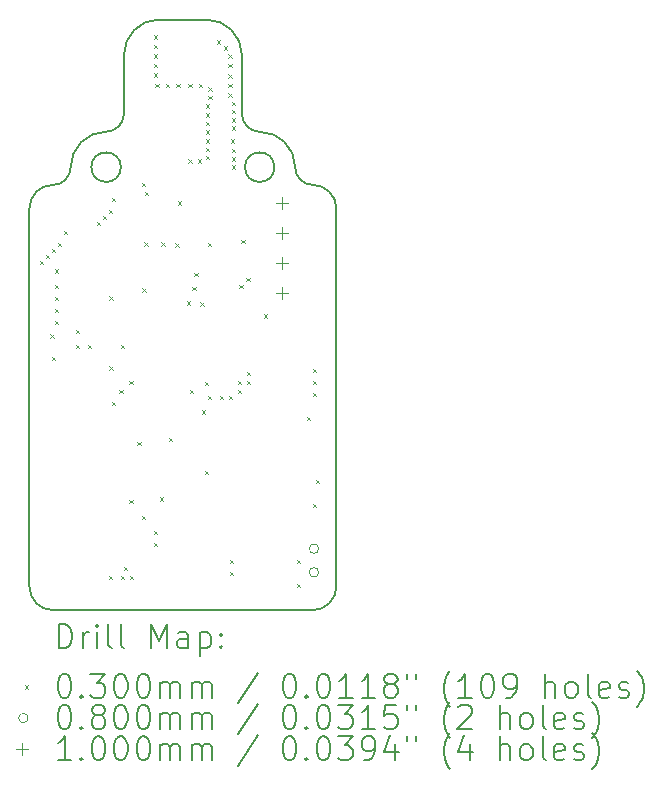
<source format=gbr>
%TF.GenerationSoftware,KiCad,Pcbnew,9.0.3-9.0.3-0~ubuntu24.04.1*%
%TF.CreationDate,2025-08-01T09:33:34+02:00*%
%TF.ProjectId,PicoBalloon,5069636f-4261-46c6-9c6f-6f6e2e6b6963,rev?*%
%TF.SameCoordinates,Original*%
%TF.FileFunction,Drillmap*%
%TF.FilePolarity,Positive*%
%FSLAX45Y45*%
G04 Gerber Fmt 4.5, Leading zero omitted, Abs format (unit mm)*
G04 Created by KiCad (PCBNEW 9.0.3-9.0.3-0~ubuntu24.04.1) date 2025-08-01 09:33:34*
%MOMM*%
%LPD*%
G01*
G04 APERTURE LIST*
%ADD10C,0.200000*%
%ADD11C,0.100000*%
G04 APERTURE END LIST*
D10*
X15280000Y-7790000D02*
G75*
G02*
X15580000Y-8090000I0J-300000D01*
G01*
X15730000Y-8740000D02*
G75*
G02*
X15580000Y-8590000I0J150000D01*
G01*
X14580000Y-8590000D02*
G75*
G02*
X14430000Y-8740000I-150000J0D01*
G01*
X14130000Y-9040000D02*
G75*
G02*
X14430000Y-8740000I300000J0D01*
G01*
X15580000Y-8090000D02*
X15580000Y-8590000D01*
X15730000Y-8740000D02*
G75*
G02*
X16030000Y-9040000I0J-300000D01*
G01*
X16180000Y-9190000D02*
G75*
G02*
X16030000Y-9040000I0J150000D01*
G01*
X13980000Y-12790000D02*
G75*
G02*
X13780000Y-12590000I0J200000D01*
G01*
X15855000Y-9040000D02*
G75*
G02*
X15605000Y-9040000I-125000J0D01*
G01*
X15605000Y-9040000D02*
G75*
G02*
X15855000Y-9040000I125000J0D01*
G01*
X14130000Y-9040000D02*
G75*
G02*
X13980000Y-9190000I-150000J0D01*
G01*
X13780000Y-9390000D02*
G75*
G02*
X13980000Y-9190000I200000J0D01*
G01*
X14580000Y-8090000D02*
G75*
G02*
X14880000Y-7790000I300000J0D01*
G01*
X13980000Y-12790000D02*
X16180000Y-12790000D01*
X16380000Y-12590000D02*
G75*
G02*
X16180000Y-12790000I-200000J0D01*
G01*
X14880000Y-7790000D02*
X15280000Y-7790000D01*
X16380000Y-9390000D02*
X16380000Y-12590000D01*
X13780000Y-9390000D02*
X13780000Y-12590000D01*
X16180000Y-9190000D02*
G75*
G02*
X16380000Y-9390000I0J-200000D01*
G01*
X14580000Y-8090000D02*
X14580000Y-8590000D01*
X14555000Y-9040000D02*
G75*
G02*
X14305000Y-9040000I-125000J0D01*
G01*
X14305000Y-9040000D02*
G75*
G02*
X14555000Y-9040000I125000J0D01*
G01*
D11*
X13867400Y-9831800D02*
X13897400Y-9861800D01*
X13897400Y-9831800D02*
X13867400Y-9861800D01*
X13918200Y-9781000D02*
X13948200Y-9811000D01*
X13948200Y-9781000D02*
X13918200Y-9811000D01*
X13955000Y-10455000D02*
X13985000Y-10485000D01*
X13985000Y-10455000D02*
X13955000Y-10485000D01*
X13969000Y-9730200D02*
X13999000Y-9760200D01*
X13999000Y-9730200D02*
X13969000Y-9760200D01*
X13969000Y-10644600D02*
X13999000Y-10674600D01*
X13999000Y-10644600D02*
X13969000Y-10674600D01*
X13994400Y-10035000D02*
X14024400Y-10065000D01*
X14024400Y-10035000D02*
X13994400Y-10065000D01*
X13994400Y-10136600D02*
X14024400Y-10166600D01*
X14024400Y-10136600D02*
X13994400Y-10166600D01*
X13994400Y-10238200D02*
X14024400Y-10268200D01*
X14024400Y-10238200D02*
X13994400Y-10268200D01*
X13994400Y-10339800D02*
X14024400Y-10369800D01*
X14024400Y-10339800D02*
X13994400Y-10369800D01*
X13995000Y-9905000D02*
X14025000Y-9935000D01*
X14025000Y-9905000D02*
X13995000Y-9935000D01*
X14019800Y-9679400D02*
X14049800Y-9709400D01*
X14049800Y-9679400D02*
X14019800Y-9709400D01*
X14070600Y-9577800D02*
X14100600Y-9607800D01*
X14100600Y-9577800D02*
X14070600Y-9607800D01*
X14172200Y-10416000D02*
X14202200Y-10446000D01*
X14202200Y-10416000D02*
X14172200Y-10446000D01*
X14172200Y-10543000D02*
X14202200Y-10573000D01*
X14202200Y-10543000D02*
X14172200Y-10573000D01*
X14273800Y-10543000D02*
X14303800Y-10573000D01*
X14303800Y-10543000D02*
X14273800Y-10573000D01*
X14350000Y-9501600D02*
X14380000Y-9531600D01*
X14380000Y-9501600D02*
X14350000Y-9531600D01*
X14400800Y-9450800D02*
X14430800Y-9480800D01*
X14430800Y-9450800D02*
X14400800Y-9480800D01*
X14451600Y-9400000D02*
X14481600Y-9430000D01*
X14481600Y-9400000D02*
X14451600Y-9430000D01*
X14451600Y-12498800D02*
X14481600Y-12528800D01*
X14481600Y-12498800D02*
X14451600Y-12528800D01*
X14455000Y-10725000D02*
X14485000Y-10755000D01*
X14485000Y-10725000D02*
X14455000Y-10755000D01*
X14458492Y-10133750D02*
X14488492Y-10163750D01*
X14488492Y-10133750D02*
X14458492Y-10163750D01*
X14477000Y-9298400D02*
X14507000Y-9328400D01*
X14507000Y-9298400D02*
X14477000Y-9328400D01*
X14477000Y-11025600D02*
X14507000Y-11055600D01*
X14507000Y-11025600D02*
X14477000Y-11055600D01*
X14542500Y-10925000D02*
X14572500Y-10955000D01*
X14572500Y-10925000D02*
X14542500Y-10955000D01*
X14553200Y-10543000D02*
X14583200Y-10573000D01*
X14583200Y-10543000D02*
X14553200Y-10573000D01*
X14553200Y-12498800D02*
X14583200Y-12528800D01*
X14583200Y-12498800D02*
X14553200Y-12528800D01*
X14578600Y-12422600D02*
X14608600Y-12452600D01*
X14608600Y-12422600D02*
X14578600Y-12452600D01*
X14625000Y-10847800D02*
X14655000Y-10877800D01*
X14655000Y-10847800D02*
X14625000Y-10877800D01*
X14625000Y-11855000D02*
X14655000Y-11885000D01*
X14655000Y-11855000D02*
X14625000Y-11885000D01*
X14629400Y-12498800D02*
X14659400Y-12528800D01*
X14659400Y-12498800D02*
X14629400Y-12528800D01*
X14695000Y-11365000D02*
X14725000Y-11395000D01*
X14725000Y-11365000D02*
X14695000Y-11395000D01*
X14731000Y-9171400D02*
X14761000Y-9201400D01*
X14761000Y-9171400D02*
X14731000Y-9201400D01*
X14731000Y-11990800D02*
X14761000Y-12020800D01*
X14761000Y-11990800D02*
X14731000Y-12020800D01*
X14735000Y-10065000D02*
X14765000Y-10095000D01*
X14765000Y-10065000D02*
X14735000Y-10095000D01*
X14755000Y-9675000D02*
X14785000Y-9705000D01*
X14785000Y-9675000D02*
X14755000Y-9705000D01*
X14756400Y-9247600D02*
X14786400Y-9277600D01*
X14786400Y-9247600D02*
X14756400Y-9277600D01*
X14832600Y-12117800D02*
X14862600Y-12147800D01*
X14862600Y-12117800D02*
X14832600Y-12147800D01*
X14832600Y-12219400D02*
X14862600Y-12249400D01*
X14862600Y-12219400D02*
X14832600Y-12249400D01*
X14835000Y-7925000D02*
X14865000Y-7955000D01*
X14865000Y-7925000D02*
X14835000Y-7955000D01*
X14835000Y-8005000D02*
X14865000Y-8035000D01*
X14865000Y-8005000D02*
X14835000Y-8035000D01*
X14835000Y-8085000D02*
X14865000Y-8115000D01*
X14865000Y-8085000D02*
X14835000Y-8115000D01*
X14835000Y-8165000D02*
X14865000Y-8195000D01*
X14865000Y-8165000D02*
X14835000Y-8195000D01*
X14835000Y-8245000D02*
X14865000Y-8275000D01*
X14865000Y-8245000D02*
X14835000Y-8275000D01*
X14845000Y-8335000D02*
X14875000Y-8365000D01*
X14875000Y-8335000D02*
X14845000Y-8365000D01*
X14885000Y-11835000D02*
X14915000Y-11865000D01*
X14915000Y-11835000D02*
X14885000Y-11865000D01*
X14895000Y-9675000D02*
X14925000Y-9705000D01*
X14925000Y-9675000D02*
X14895000Y-9705000D01*
X14935000Y-8335000D02*
X14965000Y-8365000D01*
X14965000Y-8335000D02*
X14935000Y-8365000D01*
X14959600Y-11330400D02*
X14989600Y-11360400D01*
X14989600Y-11330400D02*
X14959600Y-11360400D01*
X15015000Y-9685000D02*
X15045000Y-9715000D01*
X15045000Y-9685000D02*
X15015000Y-9715000D01*
X15025000Y-8335000D02*
X15055000Y-8365000D01*
X15055000Y-8335000D02*
X15025000Y-8365000D01*
X15038349Y-9328332D02*
X15068349Y-9358332D01*
X15068349Y-9328332D02*
X15038349Y-9358332D01*
X15112000Y-10175000D02*
X15142000Y-10205000D01*
X15142000Y-10175000D02*
X15112000Y-10205000D01*
X15125000Y-8335000D02*
X15155000Y-8365000D01*
X15155000Y-8335000D02*
X15125000Y-8365000D01*
X15125000Y-8975000D02*
X15155000Y-9005000D01*
X15155000Y-8975000D02*
X15125000Y-9005000D01*
X15137400Y-10924000D02*
X15167400Y-10954000D01*
X15167400Y-10924000D02*
X15137400Y-10954000D01*
X15160778Y-10050861D02*
X15190778Y-10080861D01*
X15190778Y-10050861D02*
X15160778Y-10080861D01*
X15176326Y-9935000D02*
X15206326Y-9965000D01*
X15206326Y-9935000D02*
X15176326Y-9965000D01*
X15205000Y-8975000D02*
X15235000Y-9005000D01*
X15235000Y-8975000D02*
X15205000Y-9005000D01*
X15215000Y-8335000D02*
X15245000Y-8365000D01*
X15245000Y-8335000D02*
X15215000Y-8365000D01*
X15225000Y-10185000D02*
X15255000Y-10215000D01*
X15255000Y-10185000D02*
X15225000Y-10215000D01*
X15241100Y-11099400D02*
X15271100Y-11129400D01*
X15271100Y-11099400D02*
X15241100Y-11129400D01*
X15264400Y-10855000D02*
X15294400Y-10885000D01*
X15294400Y-10855000D02*
X15264400Y-10885000D01*
X15264400Y-11609800D02*
X15294400Y-11639800D01*
X15294400Y-11609800D02*
X15264400Y-11639800D01*
X15275000Y-8505000D02*
X15305000Y-8535000D01*
X15305000Y-8505000D02*
X15275000Y-8535000D01*
X15275000Y-8585000D02*
X15305000Y-8615000D01*
X15305000Y-8585000D02*
X15275000Y-8615000D01*
X15275000Y-8655000D02*
X15305000Y-8685000D01*
X15305000Y-8655000D02*
X15275000Y-8685000D01*
X15275000Y-8725000D02*
X15305000Y-8755000D01*
X15305000Y-8725000D02*
X15275000Y-8755000D01*
X15275000Y-8805000D02*
X15305000Y-8835000D01*
X15305000Y-8805000D02*
X15275000Y-8835000D01*
X15275000Y-8875000D02*
X15305000Y-8905000D01*
X15305000Y-8875000D02*
X15275000Y-8905000D01*
X15275000Y-8945000D02*
X15305000Y-8975000D01*
X15305000Y-8945000D02*
X15275000Y-8975000D01*
X15289800Y-9679400D02*
X15319800Y-9709400D01*
X15319800Y-9679400D02*
X15289800Y-9709400D01*
X15289800Y-10974800D02*
X15319800Y-11004800D01*
X15319800Y-10974800D02*
X15289800Y-11004800D01*
X15295000Y-8365000D02*
X15325000Y-8395000D01*
X15325000Y-8365000D02*
X15295000Y-8395000D01*
X15295000Y-8435000D02*
X15325000Y-8465000D01*
X15325000Y-8435000D02*
X15295000Y-8465000D01*
X15365000Y-7965000D02*
X15395000Y-7995000D01*
X15395000Y-7965000D02*
X15365000Y-7995000D01*
X15391400Y-10974800D02*
X15421400Y-11004800D01*
X15421400Y-10974800D02*
X15391400Y-11004800D01*
X15425000Y-8015000D02*
X15455000Y-8045000D01*
X15455000Y-8015000D02*
X15425000Y-8045000D01*
X15465000Y-8085000D02*
X15495000Y-8115000D01*
X15495000Y-8085000D02*
X15465000Y-8115000D01*
X15465000Y-8165000D02*
X15495000Y-8195000D01*
X15495000Y-8165000D02*
X15465000Y-8195000D01*
X15465000Y-8255000D02*
X15495000Y-8285000D01*
X15495000Y-8255000D02*
X15465000Y-8285000D01*
X15465000Y-8335000D02*
X15495000Y-8365000D01*
X15495000Y-8335000D02*
X15465000Y-8365000D01*
X15465000Y-8415000D02*
X15495000Y-8445000D01*
X15495000Y-8415000D02*
X15465000Y-8445000D01*
X15467600Y-10974800D02*
X15497600Y-11004800D01*
X15497600Y-10974800D02*
X15467600Y-11004800D01*
X15475000Y-12365000D02*
X15505000Y-12395000D01*
X15505000Y-12365000D02*
X15475000Y-12395000D01*
X15475000Y-12465000D02*
X15505000Y-12495000D01*
X15505000Y-12465000D02*
X15475000Y-12495000D01*
X15485000Y-8805000D02*
X15515000Y-8835000D01*
X15515000Y-8805000D02*
X15485000Y-8835000D01*
X15495000Y-8485000D02*
X15525000Y-8515000D01*
X15525000Y-8485000D02*
X15495000Y-8515000D01*
X15495000Y-8555000D02*
X15525000Y-8585000D01*
X15525000Y-8555000D02*
X15495000Y-8585000D01*
X15495000Y-8625000D02*
X15525000Y-8655000D01*
X15525000Y-8625000D02*
X15495000Y-8655000D01*
X15495000Y-8695000D02*
X15525000Y-8725000D01*
X15525000Y-8695000D02*
X15495000Y-8725000D01*
X15495000Y-8885000D02*
X15525000Y-8915000D01*
X15525000Y-8885000D02*
X15495000Y-8915000D01*
X15495000Y-8955000D02*
X15525000Y-8985000D01*
X15525000Y-8955000D02*
X15495000Y-8985000D01*
X15495000Y-9025000D02*
X15525000Y-9055000D01*
X15525000Y-9025000D02*
X15495000Y-9055000D01*
X15543800Y-10847800D02*
X15573800Y-10877800D01*
X15573800Y-10847800D02*
X15543800Y-10877800D01*
X15543800Y-10924000D02*
X15573800Y-10954000D01*
X15573800Y-10924000D02*
X15543800Y-10954000D01*
X15555000Y-10033750D02*
X15585000Y-10063750D01*
X15585000Y-10033750D02*
X15555000Y-10063750D01*
X15575000Y-9655000D02*
X15605000Y-9685000D01*
X15605000Y-9655000D02*
X15575000Y-9685000D01*
X15615000Y-9977902D02*
X15645000Y-10007902D01*
X15645000Y-9977902D02*
X15615000Y-10007902D01*
X15620000Y-10771600D02*
X15650000Y-10801600D01*
X15650000Y-10771600D02*
X15620000Y-10801600D01*
X15620000Y-10847800D02*
X15650000Y-10877800D01*
X15650000Y-10847800D02*
X15620000Y-10877800D01*
X15765000Y-10285000D02*
X15795000Y-10315000D01*
X15795000Y-10285000D02*
X15765000Y-10315000D01*
X16045000Y-12365000D02*
X16075000Y-12395000D01*
X16075000Y-12365000D02*
X16045000Y-12395000D01*
X16045000Y-12565000D02*
X16075000Y-12595000D01*
X16075000Y-12565000D02*
X16045000Y-12595000D01*
X16128000Y-11152600D02*
X16158000Y-11182600D01*
X16158000Y-11152600D02*
X16128000Y-11182600D01*
X16178800Y-10746200D02*
X16208800Y-10776200D01*
X16208800Y-10746200D02*
X16178800Y-10776200D01*
X16178800Y-10847800D02*
X16208800Y-10877800D01*
X16208800Y-10847800D02*
X16178800Y-10877800D01*
X16178800Y-10949400D02*
X16208800Y-10979400D01*
X16208800Y-10949400D02*
X16178800Y-10979400D01*
X16178800Y-11889200D02*
X16208800Y-11919200D01*
X16208800Y-11889200D02*
X16178800Y-11919200D01*
X16204200Y-11686000D02*
X16234200Y-11716000D01*
X16234200Y-11686000D02*
X16204200Y-11716000D01*
X16230000Y-12270000D02*
G75*
G02*
X16150000Y-12270000I-40000J0D01*
G01*
X16150000Y-12270000D02*
G75*
G02*
X16230000Y-12270000I40000J0D01*
G01*
X16230000Y-12470000D02*
G75*
G02*
X16150000Y-12470000I-40000J0D01*
G01*
X16150000Y-12470000D02*
G75*
G02*
X16230000Y-12470000I40000J0D01*
G01*
X15920000Y-9296000D02*
X15920000Y-9396000D01*
X15870000Y-9346000D02*
X15970000Y-9346000D01*
X15920000Y-9550000D02*
X15920000Y-9650000D01*
X15870000Y-9600000D02*
X15970000Y-9600000D01*
X15920000Y-9804000D02*
X15920000Y-9904000D01*
X15870000Y-9854000D02*
X15970000Y-9854000D01*
X15920000Y-10058000D02*
X15920000Y-10158000D01*
X15870000Y-10108000D02*
X15970000Y-10108000D01*
D10*
X14030777Y-13111484D02*
X14030777Y-12911484D01*
X14030777Y-12911484D02*
X14078396Y-12911484D01*
X14078396Y-12911484D02*
X14106967Y-12921008D01*
X14106967Y-12921008D02*
X14126015Y-12940055D01*
X14126015Y-12940055D02*
X14135539Y-12959103D01*
X14135539Y-12959103D02*
X14145062Y-12997198D01*
X14145062Y-12997198D02*
X14145062Y-13025769D01*
X14145062Y-13025769D02*
X14135539Y-13063865D01*
X14135539Y-13063865D02*
X14126015Y-13082912D01*
X14126015Y-13082912D02*
X14106967Y-13101960D01*
X14106967Y-13101960D02*
X14078396Y-13111484D01*
X14078396Y-13111484D02*
X14030777Y-13111484D01*
X14230777Y-13111484D02*
X14230777Y-12978150D01*
X14230777Y-13016246D02*
X14240301Y-12997198D01*
X14240301Y-12997198D02*
X14249824Y-12987674D01*
X14249824Y-12987674D02*
X14268872Y-12978150D01*
X14268872Y-12978150D02*
X14287920Y-12978150D01*
X14354586Y-13111484D02*
X14354586Y-12978150D01*
X14354586Y-12911484D02*
X14345062Y-12921008D01*
X14345062Y-12921008D02*
X14354586Y-12930531D01*
X14354586Y-12930531D02*
X14364110Y-12921008D01*
X14364110Y-12921008D02*
X14354586Y-12911484D01*
X14354586Y-12911484D02*
X14354586Y-12930531D01*
X14478396Y-13111484D02*
X14459348Y-13101960D01*
X14459348Y-13101960D02*
X14449824Y-13082912D01*
X14449824Y-13082912D02*
X14449824Y-12911484D01*
X14583158Y-13111484D02*
X14564110Y-13101960D01*
X14564110Y-13101960D02*
X14554586Y-13082912D01*
X14554586Y-13082912D02*
X14554586Y-12911484D01*
X14811729Y-13111484D02*
X14811729Y-12911484D01*
X14811729Y-12911484D02*
X14878396Y-13054341D01*
X14878396Y-13054341D02*
X14945062Y-12911484D01*
X14945062Y-12911484D02*
X14945062Y-13111484D01*
X15126015Y-13111484D02*
X15126015Y-13006722D01*
X15126015Y-13006722D02*
X15116491Y-12987674D01*
X15116491Y-12987674D02*
X15097443Y-12978150D01*
X15097443Y-12978150D02*
X15059348Y-12978150D01*
X15059348Y-12978150D02*
X15040301Y-12987674D01*
X15126015Y-13101960D02*
X15106967Y-13111484D01*
X15106967Y-13111484D02*
X15059348Y-13111484D01*
X15059348Y-13111484D02*
X15040301Y-13101960D01*
X15040301Y-13101960D02*
X15030777Y-13082912D01*
X15030777Y-13082912D02*
X15030777Y-13063865D01*
X15030777Y-13063865D02*
X15040301Y-13044817D01*
X15040301Y-13044817D02*
X15059348Y-13035293D01*
X15059348Y-13035293D02*
X15106967Y-13035293D01*
X15106967Y-13035293D02*
X15126015Y-13025769D01*
X15221253Y-12978150D02*
X15221253Y-13178150D01*
X15221253Y-12987674D02*
X15240301Y-12978150D01*
X15240301Y-12978150D02*
X15278396Y-12978150D01*
X15278396Y-12978150D02*
X15297443Y-12987674D01*
X15297443Y-12987674D02*
X15306967Y-12997198D01*
X15306967Y-12997198D02*
X15316491Y-13016246D01*
X15316491Y-13016246D02*
X15316491Y-13073388D01*
X15316491Y-13073388D02*
X15306967Y-13092436D01*
X15306967Y-13092436D02*
X15297443Y-13101960D01*
X15297443Y-13101960D02*
X15278396Y-13111484D01*
X15278396Y-13111484D02*
X15240301Y-13111484D01*
X15240301Y-13111484D02*
X15221253Y-13101960D01*
X15402205Y-13092436D02*
X15411729Y-13101960D01*
X15411729Y-13101960D02*
X15402205Y-13111484D01*
X15402205Y-13111484D02*
X15392682Y-13101960D01*
X15392682Y-13101960D02*
X15402205Y-13092436D01*
X15402205Y-13092436D02*
X15402205Y-13111484D01*
X15402205Y-12987674D02*
X15411729Y-12997198D01*
X15411729Y-12997198D02*
X15402205Y-13006722D01*
X15402205Y-13006722D02*
X15392682Y-12997198D01*
X15392682Y-12997198D02*
X15402205Y-12987674D01*
X15402205Y-12987674D02*
X15402205Y-13006722D01*
D11*
X13740000Y-13425000D02*
X13770000Y-13455000D01*
X13770000Y-13425000D02*
X13740000Y-13455000D01*
D10*
X14068872Y-13331484D02*
X14087920Y-13331484D01*
X14087920Y-13331484D02*
X14106967Y-13341008D01*
X14106967Y-13341008D02*
X14116491Y-13350531D01*
X14116491Y-13350531D02*
X14126015Y-13369579D01*
X14126015Y-13369579D02*
X14135539Y-13407674D01*
X14135539Y-13407674D02*
X14135539Y-13455293D01*
X14135539Y-13455293D02*
X14126015Y-13493388D01*
X14126015Y-13493388D02*
X14116491Y-13512436D01*
X14116491Y-13512436D02*
X14106967Y-13521960D01*
X14106967Y-13521960D02*
X14087920Y-13531484D01*
X14087920Y-13531484D02*
X14068872Y-13531484D01*
X14068872Y-13531484D02*
X14049824Y-13521960D01*
X14049824Y-13521960D02*
X14040301Y-13512436D01*
X14040301Y-13512436D02*
X14030777Y-13493388D01*
X14030777Y-13493388D02*
X14021253Y-13455293D01*
X14021253Y-13455293D02*
X14021253Y-13407674D01*
X14021253Y-13407674D02*
X14030777Y-13369579D01*
X14030777Y-13369579D02*
X14040301Y-13350531D01*
X14040301Y-13350531D02*
X14049824Y-13341008D01*
X14049824Y-13341008D02*
X14068872Y-13331484D01*
X14221253Y-13512436D02*
X14230777Y-13521960D01*
X14230777Y-13521960D02*
X14221253Y-13531484D01*
X14221253Y-13531484D02*
X14211729Y-13521960D01*
X14211729Y-13521960D02*
X14221253Y-13512436D01*
X14221253Y-13512436D02*
X14221253Y-13531484D01*
X14297443Y-13331484D02*
X14421253Y-13331484D01*
X14421253Y-13331484D02*
X14354586Y-13407674D01*
X14354586Y-13407674D02*
X14383158Y-13407674D01*
X14383158Y-13407674D02*
X14402205Y-13417198D01*
X14402205Y-13417198D02*
X14411729Y-13426722D01*
X14411729Y-13426722D02*
X14421253Y-13445769D01*
X14421253Y-13445769D02*
X14421253Y-13493388D01*
X14421253Y-13493388D02*
X14411729Y-13512436D01*
X14411729Y-13512436D02*
X14402205Y-13521960D01*
X14402205Y-13521960D02*
X14383158Y-13531484D01*
X14383158Y-13531484D02*
X14326015Y-13531484D01*
X14326015Y-13531484D02*
X14306967Y-13521960D01*
X14306967Y-13521960D02*
X14297443Y-13512436D01*
X14545062Y-13331484D02*
X14564110Y-13331484D01*
X14564110Y-13331484D02*
X14583158Y-13341008D01*
X14583158Y-13341008D02*
X14592682Y-13350531D01*
X14592682Y-13350531D02*
X14602205Y-13369579D01*
X14602205Y-13369579D02*
X14611729Y-13407674D01*
X14611729Y-13407674D02*
X14611729Y-13455293D01*
X14611729Y-13455293D02*
X14602205Y-13493388D01*
X14602205Y-13493388D02*
X14592682Y-13512436D01*
X14592682Y-13512436D02*
X14583158Y-13521960D01*
X14583158Y-13521960D02*
X14564110Y-13531484D01*
X14564110Y-13531484D02*
X14545062Y-13531484D01*
X14545062Y-13531484D02*
X14526015Y-13521960D01*
X14526015Y-13521960D02*
X14516491Y-13512436D01*
X14516491Y-13512436D02*
X14506967Y-13493388D01*
X14506967Y-13493388D02*
X14497443Y-13455293D01*
X14497443Y-13455293D02*
X14497443Y-13407674D01*
X14497443Y-13407674D02*
X14506967Y-13369579D01*
X14506967Y-13369579D02*
X14516491Y-13350531D01*
X14516491Y-13350531D02*
X14526015Y-13341008D01*
X14526015Y-13341008D02*
X14545062Y-13331484D01*
X14735539Y-13331484D02*
X14754586Y-13331484D01*
X14754586Y-13331484D02*
X14773634Y-13341008D01*
X14773634Y-13341008D02*
X14783158Y-13350531D01*
X14783158Y-13350531D02*
X14792682Y-13369579D01*
X14792682Y-13369579D02*
X14802205Y-13407674D01*
X14802205Y-13407674D02*
X14802205Y-13455293D01*
X14802205Y-13455293D02*
X14792682Y-13493388D01*
X14792682Y-13493388D02*
X14783158Y-13512436D01*
X14783158Y-13512436D02*
X14773634Y-13521960D01*
X14773634Y-13521960D02*
X14754586Y-13531484D01*
X14754586Y-13531484D02*
X14735539Y-13531484D01*
X14735539Y-13531484D02*
X14716491Y-13521960D01*
X14716491Y-13521960D02*
X14706967Y-13512436D01*
X14706967Y-13512436D02*
X14697443Y-13493388D01*
X14697443Y-13493388D02*
X14687920Y-13455293D01*
X14687920Y-13455293D02*
X14687920Y-13407674D01*
X14687920Y-13407674D02*
X14697443Y-13369579D01*
X14697443Y-13369579D02*
X14706967Y-13350531D01*
X14706967Y-13350531D02*
X14716491Y-13341008D01*
X14716491Y-13341008D02*
X14735539Y-13331484D01*
X14887920Y-13531484D02*
X14887920Y-13398150D01*
X14887920Y-13417198D02*
X14897443Y-13407674D01*
X14897443Y-13407674D02*
X14916491Y-13398150D01*
X14916491Y-13398150D02*
X14945063Y-13398150D01*
X14945063Y-13398150D02*
X14964110Y-13407674D01*
X14964110Y-13407674D02*
X14973634Y-13426722D01*
X14973634Y-13426722D02*
X14973634Y-13531484D01*
X14973634Y-13426722D02*
X14983158Y-13407674D01*
X14983158Y-13407674D02*
X15002205Y-13398150D01*
X15002205Y-13398150D02*
X15030777Y-13398150D01*
X15030777Y-13398150D02*
X15049824Y-13407674D01*
X15049824Y-13407674D02*
X15059348Y-13426722D01*
X15059348Y-13426722D02*
X15059348Y-13531484D01*
X15154586Y-13531484D02*
X15154586Y-13398150D01*
X15154586Y-13417198D02*
X15164110Y-13407674D01*
X15164110Y-13407674D02*
X15183158Y-13398150D01*
X15183158Y-13398150D02*
X15211729Y-13398150D01*
X15211729Y-13398150D02*
X15230777Y-13407674D01*
X15230777Y-13407674D02*
X15240301Y-13426722D01*
X15240301Y-13426722D02*
X15240301Y-13531484D01*
X15240301Y-13426722D02*
X15249824Y-13407674D01*
X15249824Y-13407674D02*
X15268872Y-13398150D01*
X15268872Y-13398150D02*
X15297443Y-13398150D01*
X15297443Y-13398150D02*
X15316491Y-13407674D01*
X15316491Y-13407674D02*
X15326015Y-13426722D01*
X15326015Y-13426722D02*
X15326015Y-13531484D01*
X15716491Y-13321960D02*
X15545063Y-13579103D01*
X15973634Y-13331484D02*
X15992682Y-13331484D01*
X15992682Y-13331484D02*
X16011729Y-13341008D01*
X16011729Y-13341008D02*
X16021253Y-13350531D01*
X16021253Y-13350531D02*
X16030777Y-13369579D01*
X16030777Y-13369579D02*
X16040301Y-13407674D01*
X16040301Y-13407674D02*
X16040301Y-13455293D01*
X16040301Y-13455293D02*
X16030777Y-13493388D01*
X16030777Y-13493388D02*
X16021253Y-13512436D01*
X16021253Y-13512436D02*
X16011729Y-13521960D01*
X16011729Y-13521960D02*
X15992682Y-13531484D01*
X15992682Y-13531484D02*
X15973634Y-13531484D01*
X15973634Y-13531484D02*
X15954586Y-13521960D01*
X15954586Y-13521960D02*
X15945063Y-13512436D01*
X15945063Y-13512436D02*
X15935539Y-13493388D01*
X15935539Y-13493388D02*
X15926015Y-13455293D01*
X15926015Y-13455293D02*
X15926015Y-13407674D01*
X15926015Y-13407674D02*
X15935539Y-13369579D01*
X15935539Y-13369579D02*
X15945063Y-13350531D01*
X15945063Y-13350531D02*
X15954586Y-13341008D01*
X15954586Y-13341008D02*
X15973634Y-13331484D01*
X16126015Y-13512436D02*
X16135539Y-13521960D01*
X16135539Y-13521960D02*
X16126015Y-13531484D01*
X16126015Y-13531484D02*
X16116491Y-13521960D01*
X16116491Y-13521960D02*
X16126015Y-13512436D01*
X16126015Y-13512436D02*
X16126015Y-13531484D01*
X16259348Y-13331484D02*
X16278396Y-13331484D01*
X16278396Y-13331484D02*
X16297444Y-13341008D01*
X16297444Y-13341008D02*
X16306967Y-13350531D01*
X16306967Y-13350531D02*
X16316491Y-13369579D01*
X16316491Y-13369579D02*
X16326015Y-13407674D01*
X16326015Y-13407674D02*
X16326015Y-13455293D01*
X16326015Y-13455293D02*
X16316491Y-13493388D01*
X16316491Y-13493388D02*
X16306967Y-13512436D01*
X16306967Y-13512436D02*
X16297444Y-13521960D01*
X16297444Y-13521960D02*
X16278396Y-13531484D01*
X16278396Y-13531484D02*
X16259348Y-13531484D01*
X16259348Y-13531484D02*
X16240301Y-13521960D01*
X16240301Y-13521960D02*
X16230777Y-13512436D01*
X16230777Y-13512436D02*
X16221253Y-13493388D01*
X16221253Y-13493388D02*
X16211729Y-13455293D01*
X16211729Y-13455293D02*
X16211729Y-13407674D01*
X16211729Y-13407674D02*
X16221253Y-13369579D01*
X16221253Y-13369579D02*
X16230777Y-13350531D01*
X16230777Y-13350531D02*
X16240301Y-13341008D01*
X16240301Y-13341008D02*
X16259348Y-13331484D01*
X16516491Y-13531484D02*
X16402206Y-13531484D01*
X16459348Y-13531484D02*
X16459348Y-13331484D01*
X16459348Y-13331484D02*
X16440301Y-13360055D01*
X16440301Y-13360055D02*
X16421253Y-13379103D01*
X16421253Y-13379103D02*
X16402206Y-13388627D01*
X16706967Y-13531484D02*
X16592682Y-13531484D01*
X16649825Y-13531484D02*
X16649825Y-13331484D01*
X16649825Y-13331484D02*
X16630777Y-13360055D01*
X16630777Y-13360055D02*
X16611729Y-13379103D01*
X16611729Y-13379103D02*
X16592682Y-13388627D01*
X16821253Y-13417198D02*
X16802206Y-13407674D01*
X16802206Y-13407674D02*
X16792682Y-13398150D01*
X16792682Y-13398150D02*
X16783158Y-13379103D01*
X16783158Y-13379103D02*
X16783158Y-13369579D01*
X16783158Y-13369579D02*
X16792682Y-13350531D01*
X16792682Y-13350531D02*
X16802206Y-13341008D01*
X16802206Y-13341008D02*
X16821253Y-13331484D01*
X16821253Y-13331484D02*
X16859349Y-13331484D01*
X16859349Y-13331484D02*
X16878396Y-13341008D01*
X16878396Y-13341008D02*
X16887920Y-13350531D01*
X16887920Y-13350531D02*
X16897444Y-13369579D01*
X16897444Y-13369579D02*
X16897444Y-13379103D01*
X16897444Y-13379103D02*
X16887920Y-13398150D01*
X16887920Y-13398150D02*
X16878396Y-13407674D01*
X16878396Y-13407674D02*
X16859349Y-13417198D01*
X16859349Y-13417198D02*
X16821253Y-13417198D01*
X16821253Y-13417198D02*
X16802206Y-13426722D01*
X16802206Y-13426722D02*
X16792682Y-13436246D01*
X16792682Y-13436246D02*
X16783158Y-13455293D01*
X16783158Y-13455293D02*
X16783158Y-13493388D01*
X16783158Y-13493388D02*
X16792682Y-13512436D01*
X16792682Y-13512436D02*
X16802206Y-13521960D01*
X16802206Y-13521960D02*
X16821253Y-13531484D01*
X16821253Y-13531484D02*
X16859349Y-13531484D01*
X16859349Y-13531484D02*
X16878396Y-13521960D01*
X16878396Y-13521960D02*
X16887920Y-13512436D01*
X16887920Y-13512436D02*
X16897444Y-13493388D01*
X16897444Y-13493388D02*
X16897444Y-13455293D01*
X16897444Y-13455293D02*
X16887920Y-13436246D01*
X16887920Y-13436246D02*
X16878396Y-13426722D01*
X16878396Y-13426722D02*
X16859349Y-13417198D01*
X16973634Y-13331484D02*
X16973634Y-13369579D01*
X17049825Y-13331484D02*
X17049825Y-13369579D01*
X17345063Y-13607674D02*
X17335539Y-13598150D01*
X17335539Y-13598150D02*
X17316491Y-13569579D01*
X17316491Y-13569579D02*
X17306968Y-13550531D01*
X17306968Y-13550531D02*
X17297444Y-13521960D01*
X17297444Y-13521960D02*
X17287920Y-13474341D01*
X17287920Y-13474341D02*
X17287920Y-13436246D01*
X17287920Y-13436246D02*
X17297444Y-13388627D01*
X17297444Y-13388627D02*
X17306968Y-13360055D01*
X17306968Y-13360055D02*
X17316491Y-13341008D01*
X17316491Y-13341008D02*
X17335539Y-13312436D01*
X17335539Y-13312436D02*
X17345063Y-13302912D01*
X17526015Y-13531484D02*
X17411730Y-13531484D01*
X17468872Y-13531484D02*
X17468872Y-13331484D01*
X17468872Y-13331484D02*
X17449825Y-13360055D01*
X17449825Y-13360055D02*
X17430777Y-13379103D01*
X17430777Y-13379103D02*
X17411730Y-13388627D01*
X17649825Y-13331484D02*
X17668872Y-13331484D01*
X17668872Y-13331484D02*
X17687920Y-13341008D01*
X17687920Y-13341008D02*
X17697444Y-13350531D01*
X17697444Y-13350531D02*
X17706968Y-13369579D01*
X17706968Y-13369579D02*
X17716491Y-13407674D01*
X17716491Y-13407674D02*
X17716491Y-13455293D01*
X17716491Y-13455293D02*
X17706968Y-13493388D01*
X17706968Y-13493388D02*
X17697444Y-13512436D01*
X17697444Y-13512436D02*
X17687920Y-13521960D01*
X17687920Y-13521960D02*
X17668872Y-13531484D01*
X17668872Y-13531484D02*
X17649825Y-13531484D01*
X17649825Y-13531484D02*
X17630777Y-13521960D01*
X17630777Y-13521960D02*
X17621253Y-13512436D01*
X17621253Y-13512436D02*
X17611730Y-13493388D01*
X17611730Y-13493388D02*
X17602206Y-13455293D01*
X17602206Y-13455293D02*
X17602206Y-13407674D01*
X17602206Y-13407674D02*
X17611730Y-13369579D01*
X17611730Y-13369579D02*
X17621253Y-13350531D01*
X17621253Y-13350531D02*
X17630777Y-13341008D01*
X17630777Y-13341008D02*
X17649825Y-13331484D01*
X17811730Y-13531484D02*
X17849825Y-13531484D01*
X17849825Y-13531484D02*
X17868872Y-13521960D01*
X17868872Y-13521960D02*
X17878396Y-13512436D01*
X17878396Y-13512436D02*
X17897444Y-13483865D01*
X17897444Y-13483865D02*
X17906968Y-13445769D01*
X17906968Y-13445769D02*
X17906968Y-13369579D01*
X17906968Y-13369579D02*
X17897444Y-13350531D01*
X17897444Y-13350531D02*
X17887920Y-13341008D01*
X17887920Y-13341008D02*
X17868872Y-13331484D01*
X17868872Y-13331484D02*
X17830777Y-13331484D01*
X17830777Y-13331484D02*
X17811730Y-13341008D01*
X17811730Y-13341008D02*
X17802206Y-13350531D01*
X17802206Y-13350531D02*
X17792682Y-13369579D01*
X17792682Y-13369579D02*
X17792682Y-13417198D01*
X17792682Y-13417198D02*
X17802206Y-13436246D01*
X17802206Y-13436246D02*
X17811730Y-13445769D01*
X17811730Y-13445769D02*
X17830777Y-13455293D01*
X17830777Y-13455293D02*
X17868872Y-13455293D01*
X17868872Y-13455293D02*
X17887920Y-13445769D01*
X17887920Y-13445769D02*
X17897444Y-13436246D01*
X17897444Y-13436246D02*
X17906968Y-13417198D01*
X18145063Y-13531484D02*
X18145063Y-13331484D01*
X18230777Y-13531484D02*
X18230777Y-13426722D01*
X18230777Y-13426722D02*
X18221253Y-13407674D01*
X18221253Y-13407674D02*
X18202206Y-13398150D01*
X18202206Y-13398150D02*
X18173634Y-13398150D01*
X18173634Y-13398150D02*
X18154587Y-13407674D01*
X18154587Y-13407674D02*
X18145063Y-13417198D01*
X18354587Y-13531484D02*
X18335539Y-13521960D01*
X18335539Y-13521960D02*
X18326015Y-13512436D01*
X18326015Y-13512436D02*
X18316492Y-13493388D01*
X18316492Y-13493388D02*
X18316492Y-13436246D01*
X18316492Y-13436246D02*
X18326015Y-13417198D01*
X18326015Y-13417198D02*
X18335539Y-13407674D01*
X18335539Y-13407674D02*
X18354587Y-13398150D01*
X18354587Y-13398150D02*
X18383158Y-13398150D01*
X18383158Y-13398150D02*
X18402206Y-13407674D01*
X18402206Y-13407674D02*
X18411730Y-13417198D01*
X18411730Y-13417198D02*
X18421253Y-13436246D01*
X18421253Y-13436246D02*
X18421253Y-13493388D01*
X18421253Y-13493388D02*
X18411730Y-13512436D01*
X18411730Y-13512436D02*
X18402206Y-13521960D01*
X18402206Y-13521960D02*
X18383158Y-13531484D01*
X18383158Y-13531484D02*
X18354587Y-13531484D01*
X18535539Y-13531484D02*
X18516492Y-13521960D01*
X18516492Y-13521960D02*
X18506968Y-13502912D01*
X18506968Y-13502912D02*
X18506968Y-13331484D01*
X18687920Y-13521960D02*
X18668873Y-13531484D01*
X18668873Y-13531484D02*
X18630777Y-13531484D01*
X18630777Y-13531484D02*
X18611730Y-13521960D01*
X18611730Y-13521960D02*
X18602206Y-13502912D01*
X18602206Y-13502912D02*
X18602206Y-13426722D01*
X18602206Y-13426722D02*
X18611730Y-13407674D01*
X18611730Y-13407674D02*
X18630777Y-13398150D01*
X18630777Y-13398150D02*
X18668873Y-13398150D01*
X18668873Y-13398150D02*
X18687920Y-13407674D01*
X18687920Y-13407674D02*
X18697444Y-13426722D01*
X18697444Y-13426722D02*
X18697444Y-13445769D01*
X18697444Y-13445769D02*
X18602206Y-13464817D01*
X18773634Y-13521960D02*
X18792682Y-13531484D01*
X18792682Y-13531484D02*
X18830777Y-13531484D01*
X18830777Y-13531484D02*
X18849825Y-13521960D01*
X18849825Y-13521960D02*
X18859349Y-13502912D01*
X18859349Y-13502912D02*
X18859349Y-13493388D01*
X18859349Y-13493388D02*
X18849825Y-13474341D01*
X18849825Y-13474341D02*
X18830777Y-13464817D01*
X18830777Y-13464817D02*
X18802206Y-13464817D01*
X18802206Y-13464817D02*
X18783158Y-13455293D01*
X18783158Y-13455293D02*
X18773634Y-13436246D01*
X18773634Y-13436246D02*
X18773634Y-13426722D01*
X18773634Y-13426722D02*
X18783158Y-13407674D01*
X18783158Y-13407674D02*
X18802206Y-13398150D01*
X18802206Y-13398150D02*
X18830777Y-13398150D01*
X18830777Y-13398150D02*
X18849825Y-13407674D01*
X18926015Y-13607674D02*
X18935539Y-13598150D01*
X18935539Y-13598150D02*
X18954587Y-13569579D01*
X18954587Y-13569579D02*
X18964111Y-13550531D01*
X18964111Y-13550531D02*
X18973634Y-13521960D01*
X18973634Y-13521960D02*
X18983158Y-13474341D01*
X18983158Y-13474341D02*
X18983158Y-13436246D01*
X18983158Y-13436246D02*
X18973634Y-13388627D01*
X18973634Y-13388627D02*
X18964111Y-13360055D01*
X18964111Y-13360055D02*
X18954587Y-13341008D01*
X18954587Y-13341008D02*
X18935539Y-13312436D01*
X18935539Y-13312436D02*
X18926015Y-13302912D01*
D11*
X13770000Y-13704000D02*
G75*
G02*
X13690000Y-13704000I-40000J0D01*
G01*
X13690000Y-13704000D02*
G75*
G02*
X13770000Y-13704000I40000J0D01*
G01*
D10*
X14068872Y-13595484D02*
X14087920Y-13595484D01*
X14087920Y-13595484D02*
X14106967Y-13605008D01*
X14106967Y-13605008D02*
X14116491Y-13614531D01*
X14116491Y-13614531D02*
X14126015Y-13633579D01*
X14126015Y-13633579D02*
X14135539Y-13671674D01*
X14135539Y-13671674D02*
X14135539Y-13719293D01*
X14135539Y-13719293D02*
X14126015Y-13757388D01*
X14126015Y-13757388D02*
X14116491Y-13776436D01*
X14116491Y-13776436D02*
X14106967Y-13785960D01*
X14106967Y-13785960D02*
X14087920Y-13795484D01*
X14087920Y-13795484D02*
X14068872Y-13795484D01*
X14068872Y-13795484D02*
X14049824Y-13785960D01*
X14049824Y-13785960D02*
X14040301Y-13776436D01*
X14040301Y-13776436D02*
X14030777Y-13757388D01*
X14030777Y-13757388D02*
X14021253Y-13719293D01*
X14021253Y-13719293D02*
X14021253Y-13671674D01*
X14021253Y-13671674D02*
X14030777Y-13633579D01*
X14030777Y-13633579D02*
X14040301Y-13614531D01*
X14040301Y-13614531D02*
X14049824Y-13605008D01*
X14049824Y-13605008D02*
X14068872Y-13595484D01*
X14221253Y-13776436D02*
X14230777Y-13785960D01*
X14230777Y-13785960D02*
X14221253Y-13795484D01*
X14221253Y-13795484D02*
X14211729Y-13785960D01*
X14211729Y-13785960D02*
X14221253Y-13776436D01*
X14221253Y-13776436D02*
X14221253Y-13795484D01*
X14345062Y-13681198D02*
X14326015Y-13671674D01*
X14326015Y-13671674D02*
X14316491Y-13662150D01*
X14316491Y-13662150D02*
X14306967Y-13643103D01*
X14306967Y-13643103D02*
X14306967Y-13633579D01*
X14306967Y-13633579D02*
X14316491Y-13614531D01*
X14316491Y-13614531D02*
X14326015Y-13605008D01*
X14326015Y-13605008D02*
X14345062Y-13595484D01*
X14345062Y-13595484D02*
X14383158Y-13595484D01*
X14383158Y-13595484D02*
X14402205Y-13605008D01*
X14402205Y-13605008D02*
X14411729Y-13614531D01*
X14411729Y-13614531D02*
X14421253Y-13633579D01*
X14421253Y-13633579D02*
X14421253Y-13643103D01*
X14421253Y-13643103D02*
X14411729Y-13662150D01*
X14411729Y-13662150D02*
X14402205Y-13671674D01*
X14402205Y-13671674D02*
X14383158Y-13681198D01*
X14383158Y-13681198D02*
X14345062Y-13681198D01*
X14345062Y-13681198D02*
X14326015Y-13690722D01*
X14326015Y-13690722D02*
X14316491Y-13700246D01*
X14316491Y-13700246D02*
X14306967Y-13719293D01*
X14306967Y-13719293D02*
X14306967Y-13757388D01*
X14306967Y-13757388D02*
X14316491Y-13776436D01*
X14316491Y-13776436D02*
X14326015Y-13785960D01*
X14326015Y-13785960D02*
X14345062Y-13795484D01*
X14345062Y-13795484D02*
X14383158Y-13795484D01*
X14383158Y-13795484D02*
X14402205Y-13785960D01*
X14402205Y-13785960D02*
X14411729Y-13776436D01*
X14411729Y-13776436D02*
X14421253Y-13757388D01*
X14421253Y-13757388D02*
X14421253Y-13719293D01*
X14421253Y-13719293D02*
X14411729Y-13700246D01*
X14411729Y-13700246D02*
X14402205Y-13690722D01*
X14402205Y-13690722D02*
X14383158Y-13681198D01*
X14545062Y-13595484D02*
X14564110Y-13595484D01*
X14564110Y-13595484D02*
X14583158Y-13605008D01*
X14583158Y-13605008D02*
X14592682Y-13614531D01*
X14592682Y-13614531D02*
X14602205Y-13633579D01*
X14602205Y-13633579D02*
X14611729Y-13671674D01*
X14611729Y-13671674D02*
X14611729Y-13719293D01*
X14611729Y-13719293D02*
X14602205Y-13757388D01*
X14602205Y-13757388D02*
X14592682Y-13776436D01*
X14592682Y-13776436D02*
X14583158Y-13785960D01*
X14583158Y-13785960D02*
X14564110Y-13795484D01*
X14564110Y-13795484D02*
X14545062Y-13795484D01*
X14545062Y-13795484D02*
X14526015Y-13785960D01*
X14526015Y-13785960D02*
X14516491Y-13776436D01*
X14516491Y-13776436D02*
X14506967Y-13757388D01*
X14506967Y-13757388D02*
X14497443Y-13719293D01*
X14497443Y-13719293D02*
X14497443Y-13671674D01*
X14497443Y-13671674D02*
X14506967Y-13633579D01*
X14506967Y-13633579D02*
X14516491Y-13614531D01*
X14516491Y-13614531D02*
X14526015Y-13605008D01*
X14526015Y-13605008D02*
X14545062Y-13595484D01*
X14735539Y-13595484D02*
X14754586Y-13595484D01*
X14754586Y-13595484D02*
X14773634Y-13605008D01*
X14773634Y-13605008D02*
X14783158Y-13614531D01*
X14783158Y-13614531D02*
X14792682Y-13633579D01*
X14792682Y-13633579D02*
X14802205Y-13671674D01*
X14802205Y-13671674D02*
X14802205Y-13719293D01*
X14802205Y-13719293D02*
X14792682Y-13757388D01*
X14792682Y-13757388D02*
X14783158Y-13776436D01*
X14783158Y-13776436D02*
X14773634Y-13785960D01*
X14773634Y-13785960D02*
X14754586Y-13795484D01*
X14754586Y-13795484D02*
X14735539Y-13795484D01*
X14735539Y-13795484D02*
X14716491Y-13785960D01*
X14716491Y-13785960D02*
X14706967Y-13776436D01*
X14706967Y-13776436D02*
X14697443Y-13757388D01*
X14697443Y-13757388D02*
X14687920Y-13719293D01*
X14687920Y-13719293D02*
X14687920Y-13671674D01*
X14687920Y-13671674D02*
X14697443Y-13633579D01*
X14697443Y-13633579D02*
X14706967Y-13614531D01*
X14706967Y-13614531D02*
X14716491Y-13605008D01*
X14716491Y-13605008D02*
X14735539Y-13595484D01*
X14887920Y-13795484D02*
X14887920Y-13662150D01*
X14887920Y-13681198D02*
X14897443Y-13671674D01*
X14897443Y-13671674D02*
X14916491Y-13662150D01*
X14916491Y-13662150D02*
X14945063Y-13662150D01*
X14945063Y-13662150D02*
X14964110Y-13671674D01*
X14964110Y-13671674D02*
X14973634Y-13690722D01*
X14973634Y-13690722D02*
X14973634Y-13795484D01*
X14973634Y-13690722D02*
X14983158Y-13671674D01*
X14983158Y-13671674D02*
X15002205Y-13662150D01*
X15002205Y-13662150D02*
X15030777Y-13662150D01*
X15030777Y-13662150D02*
X15049824Y-13671674D01*
X15049824Y-13671674D02*
X15059348Y-13690722D01*
X15059348Y-13690722D02*
X15059348Y-13795484D01*
X15154586Y-13795484D02*
X15154586Y-13662150D01*
X15154586Y-13681198D02*
X15164110Y-13671674D01*
X15164110Y-13671674D02*
X15183158Y-13662150D01*
X15183158Y-13662150D02*
X15211729Y-13662150D01*
X15211729Y-13662150D02*
X15230777Y-13671674D01*
X15230777Y-13671674D02*
X15240301Y-13690722D01*
X15240301Y-13690722D02*
X15240301Y-13795484D01*
X15240301Y-13690722D02*
X15249824Y-13671674D01*
X15249824Y-13671674D02*
X15268872Y-13662150D01*
X15268872Y-13662150D02*
X15297443Y-13662150D01*
X15297443Y-13662150D02*
X15316491Y-13671674D01*
X15316491Y-13671674D02*
X15326015Y-13690722D01*
X15326015Y-13690722D02*
X15326015Y-13795484D01*
X15716491Y-13585960D02*
X15545063Y-13843103D01*
X15973634Y-13595484D02*
X15992682Y-13595484D01*
X15992682Y-13595484D02*
X16011729Y-13605008D01*
X16011729Y-13605008D02*
X16021253Y-13614531D01*
X16021253Y-13614531D02*
X16030777Y-13633579D01*
X16030777Y-13633579D02*
X16040301Y-13671674D01*
X16040301Y-13671674D02*
X16040301Y-13719293D01*
X16040301Y-13719293D02*
X16030777Y-13757388D01*
X16030777Y-13757388D02*
X16021253Y-13776436D01*
X16021253Y-13776436D02*
X16011729Y-13785960D01*
X16011729Y-13785960D02*
X15992682Y-13795484D01*
X15992682Y-13795484D02*
X15973634Y-13795484D01*
X15973634Y-13795484D02*
X15954586Y-13785960D01*
X15954586Y-13785960D02*
X15945063Y-13776436D01*
X15945063Y-13776436D02*
X15935539Y-13757388D01*
X15935539Y-13757388D02*
X15926015Y-13719293D01*
X15926015Y-13719293D02*
X15926015Y-13671674D01*
X15926015Y-13671674D02*
X15935539Y-13633579D01*
X15935539Y-13633579D02*
X15945063Y-13614531D01*
X15945063Y-13614531D02*
X15954586Y-13605008D01*
X15954586Y-13605008D02*
X15973634Y-13595484D01*
X16126015Y-13776436D02*
X16135539Y-13785960D01*
X16135539Y-13785960D02*
X16126015Y-13795484D01*
X16126015Y-13795484D02*
X16116491Y-13785960D01*
X16116491Y-13785960D02*
X16126015Y-13776436D01*
X16126015Y-13776436D02*
X16126015Y-13795484D01*
X16259348Y-13595484D02*
X16278396Y-13595484D01*
X16278396Y-13595484D02*
X16297444Y-13605008D01*
X16297444Y-13605008D02*
X16306967Y-13614531D01*
X16306967Y-13614531D02*
X16316491Y-13633579D01*
X16316491Y-13633579D02*
X16326015Y-13671674D01*
X16326015Y-13671674D02*
X16326015Y-13719293D01*
X16326015Y-13719293D02*
X16316491Y-13757388D01*
X16316491Y-13757388D02*
X16306967Y-13776436D01*
X16306967Y-13776436D02*
X16297444Y-13785960D01*
X16297444Y-13785960D02*
X16278396Y-13795484D01*
X16278396Y-13795484D02*
X16259348Y-13795484D01*
X16259348Y-13795484D02*
X16240301Y-13785960D01*
X16240301Y-13785960D02*
X16230777Y-13776436D01*
X16230777Y-13776436D02*
X16221253Y-13757388D01*
X16221253Y-13757388D02*
X16211729Y-13719293D01*
X16211729Y-13719293D02*
X16211729Y-13671674D01*
X16211729Y-13671674D02*
X16221253Y-13633579D01*
X16221253Y-13633579D02*
X16230777Y-13614531D01*
X16230777Y-13614531D02*
X16240301Y-13605008D01*
X16240301Y-13605008D02*
X16259348Y-13595484D01*
X16392682Y-13595484D02*
X16516491Y-13595484D01*
X16516491Y-13595484D02*
X16449825Y-13671674D01*
X16449825Y-13671674D02*
X16478396Y-13671674D01*
X16478396Y-13671674D02*
X16497444Y-13681198D01*
X16497444Y-13681198D02*
X16506967Y-13690722D01*
X16506967Y-13690722D02*
X16516491Y-13709769D01*
X16516491Y-13709769D02*
X16516491Y-13757388D01*
X16516491Y-13757388D02*
X16506967Y-13776436D01*
X16506967Y-13776436D02*
X16497444Y-13785960D01*
X16497444Y-13785960D02*
X16478396Y-13795484D01*
X16478396Y-13795484D02*
X16421253Y-13795484D01*
X16421253Y-13795484D02*
X16402206Y-13785960D01*
X16402206Y-13785960D02*
X16392682Y-13776436D01*
X16706967Y-13795484D02*
X16592682Y-13795484D01*
X16649825Y-13795484D02*
X16649825Y-13595484D01*
X16649825Y-13595484D02*
X16630777Y-13624055D01*
X16630777Y-13624055D02*
X16611729Y-13643103D01*
X16611729Y-13643103D02*
X16592682Y-13652627D01*
X16887920Y-13595484D02*
X16792682Y-13595484D01*
X16792682Y-13595484D02*
X16783158Y-13690722D01*
X16783158Y-13690722D02*
X16792682Y-13681198D01*
X16792682Y-13681198D02*
X16811729Y-13671674D01*
X16811729Y-13671674D02*
X16859349Y-13671674D01*
X16859349Y-13671674D02*
X16878396Y-13681198D01*
X16878396Y-13681198D02*
X16887920Y-13690722D01*
X16887920Y-13690722D02*
X16897444Y-13709769D01*
X16897444Y-13709769D02*
X16897444Y-13757388D01*
X16897444Y-13757388D02*
X16887920Y-13776436D01*
X16887920Y-13776436D02*
X16878396Y-13785960D01*
X16878396Y-13785960D02*
X16859349Y-13795484D01*
X16859349Y-13795484D02*
X16811729Y-13795484D01*
X16811729Y-13795484D02*
X16792682Y-13785960D01*
X16792682Y-13785960D02*
X16783158Y-13776436D01*
X16973634Y-13595484D02*
X16973634Y-13633579D01*
X17049825Y-13595484D02*
X17049825Y-13633579D01*
X17345063Y-13871674D02*
X17335539Y-13862150D01*
X17335539Y-13862150D02*
X17316491Y-13833579D01*
X17316491Y-13833579D02*
X17306968Y-13814531D01*
X17306968Y-13814531D02*
X17297444Y-13785960D01*
X17297444Y-13785960D02*
X17287920Y-13738341D01*
X17287920Y-13738341D02*
X17287920Y-13700246D01*
X17287920Y-13700246D02*
X17297444Y-13652627D01*
X17297444Y-13652627D02*
X17306968Y-13624055D01*
X17306968Y-13624055D02*
X17316491Y-13605008D01*
X17316491Y-13605008D02*
X17335539Y-13576436D01*
X17335539Y-13576436D02*
X17345063Y-13566912D01*
X17411730Y-13614531D02*
X17421253Y-13605008D01*
X17421253Y-13605008D02*
X17440301Y-13595484D01*
X17440301Y-13595484D02*
X17487920Y-13595484D01*
X17487920Y-13595484D02*
X17506968Y-13605008D01*
X17506968Y-13605008D02*
X17516491Y-13614531D01*
X17516491Y-13614531D02*
X17526015Y-13633579D01*
X17526015Y-13633579D02*
X17526015Y-13652627D01*
X17526015Y-13652627D02*
X17516491Y-13681198D01*
X17516491Y-13681198D02*
X17402206Y-13795484D01*
X17402206Y-13795484D02*
X17526015Y-13795484D01*
X17764111Y-13795484D02*
X17764111Y-13595484D01*
X17849825Y-13795484D02*
X17849825Y-13690722D01*
X17849825Y-13690722D02*
X17840301Y-13671674D01*
X17840301Y-13671674D02*
X17821253Y-13662150D01*
X17821253Y-13662150D02*
X17792682Y-13662150D01*
X17792682Y-13662150D02*
X17773634Y-13671674D01*
X17773634Y-13671674D02*
X17764111Y-13681198D01*
X17973634Y-13795484D02*
X17954587Y-13785960D01*
X17954587Y-13785960D02*
X17945063Y-13776436D01*
X17945063Y-13776436D02*
X17935539Y-13757388D01*
X17935539Y-13757388D02*
X17935539Y-13700246D01*
X17935539Y-13700246D02*
X17945063Y-13681198D01*
X17945063Y-13681198D02*
X17954587Y-13671674D01*
X17954587Y-13671674D02*
X17973634Y-13662150D01*
X17973634Y-13662150D02*
X18002206Y-13662150D01*
X18002206Y-13662150D02*
X18021253Y-13671674D01*
X18021253Y-13671674D02*
X18030777Y-13681198D01*
X18030777Y-13681198D02*
X18040301Y-13700246D01*
X18040301Y-13700246D02*
X18040301Y-13757388D01*
X18040301Y-13757388D02*
X18030777Y-13776436D01*
X18030777Y-13776436D02*
X18021253Y-13785960D01*
X18021253Y-13785960D02*
X18002206Y-13795484D01*
X18002206Y-13795484D02*
X17973634Y-13795484D01*
X18154587Y-13795484D02*
X18135539Y-13785960D01*
X18135539Y-13785960D02*
X18126015Y-13766912D01*
X18126015Y-13766912D02*
X18126015Y-13595484D01*
X18306968Y-13785960D02*
X18287920Y-13795484D01*
X18287920Y-13795484D02*
X18249825Y-13795484D01*
X18249825Y-13795484D02*
X18230777Y-13785960D01*
X18230777Y-13785960D02*
X18221253Y-13766912D01*
X18221253Y-13766912D02*
X18221253Y-13690722D01*
X18221253Y-13690722D02*
X18230777Y-13671674D01*
X18230777Y-13671674D02*
X18249825Y-13662150D01*
X18249825Y-13662150D02*
X18287920Y-13662150D01*
X18287920Y-13662150D02*
X18306968Y-13671674D01*
X18306968Y-13671674D02*
X18316492Y-13690722D01*
X18316492Y-13690722D02*
X18316492Y-13709769D01*
X18316492Y-13709769D02*
X18221253Y-13728817D01*
X18392682Y-13785960D02*
X18411730Y-13795484D01*
X18411730Y-13795484D02*
X18449825Y-13795484D01*
X18449825Y-13795484D02*
X18468873Y-13785960D01*
X18468873Y-13785960D02*
X18478396Y-13766912D01*
X18478396Y-13766912D02*
X18478396Y-13757388D01*
X18478396Y-13757388D02*
X18468873Y-13738341D01*
X18468873Y-13738341D02*
X18449825Y-13728817D01*
X18449825Y-13728817D02*
X18421253Y-13728817D01*
X18421253Y-13728817D02*
X18402206Y-13719293D01*
X18402206Y-13719293D02*
X18392682Y-13700246D01*
X18392682Y-13700246D02*
X18392682Y-13690722D01*
X18392682Y-13690722D02*
X18402206Y-13671674D01*
X18402206Y-13671674D02*
X18421253Y-13662150D01*
X18421253Y-13662150D02*
X18449825Y-13662150D01*
X18449825Y-13662150D02*
X18468873Y-13671674D01*
X18545063Y-13871674D02*
X18554587Y-13862150D01*
X18554587Y-13862150D02*
X18573634Y-13833579D01*
X18573634Y-13833579D02*
X18583158Y-13814531D01*
X18583158Y-13814531D02*
X18592682Y-13785960D01*
X18592682Y-13785960D02*
X18602206Y-13738341D01*
X18602206Y-13738341D02*
X18602206Y-13700246D01*
X18602206Y-13700246D02*
X18592682Y-13652627D01*
X18592682Y-13652627D02*
X18583158Y-13624055D01*
X18583158Y-13624055D02*
X18573634Y-13605008D01*
X18573634Y-13605008D02*
X18554587Y-13576436D01*
X18554587Y-13576436D02*
X18545063Y-13566912D01*
D11*
X13720000Y-13918000D02*
X13720000Y-14018000D01*
X13670000Y-13968000D02*
X13770000Y-13968000D01*
D10*
X14135539Y-14059484D02*
X14021253Y-14059484D01*
X14078396Y-14059484D02*
X14078396Y-13859484D01*
X14078396Y-13859484D02*
X14059348Y-13888055D01*
X14059348Y-13888055D02*
X14040301Y-13907103D01*
X14040301Y-13907103D02*
X14021253Y-13916627D01*
X14221253Y-14040436D02*
X14230777Y-14049960D01*
X14230777Y-14049960D02*
X14221253Y-14059484D01*
X14221253Y-14059484D02*
X14211729Y-14049960D01*
X14211729Y-14049960D02*
X14221253Y-14040436D01*
X14221253Y-14040436D02*
X14221253Y-14059484D01*
X14354586Y-13859484D02*
X14373634Y-13859484D01*
X14373634Y-13859484D02*
X14392682Y-13869008D01*
X14392682Y-13869008D02*
X14402205Y-13878531D01*
X14402205Y-13878531D02*
X14411729Y-13897579D01*
X14411729Y-13897579D02*
X14421253Y-13935674D01*
X14421253Y-13935674D02*
X14421253Y-13983293D01*
X14421253Y-13983293D02*
X14411729Y-14021388D01*
X14411729Y-14021388D02*
X14402205Y-14040436D01*
X14402205Y-14040436D02*
X14392682Y-14049960D01*
X14392682Y-14049960D02*
X14373634Y-14059484D01*
X14373634Y-14059484D02*
X14354586Y-14059484D01*
X14354586Y-14059484D02*
X14335539Y-14049960D01*
X14335539Y-14049960D02*
X14326015Y-14040436D01*
X14326015Y-14040436D02*
X14316491Y-14021388D01*
X14316491Y-14021388D02*
X14306967Y-13983293D01*
X14306967Y-13983293D02*
X14306967Y-13935674D01*
X14306967Y-13935674D02*
X14316491Y-13897579D01*
X14316491Y-13897579D02*
X14326015Y-13878531D01*
X14326015Y-13878531D02*
X14335539Y-13869008D01*
X14335539Y-13869008D02*
X14354586Y-13859484D01*
X14545062Y-13859484D02*
X14564110Y-13859484D01*
X14564110Y-13859484D02*
X14583158Y-13869008D01*
X14583158Y-13869008D02*
X14592682Y-13878531D01*
X14592682Y-13878531D02*
X14602205Y-13897579D01*
X14602205Y-13897579D02*
X14611729Y-13935674D01*
X14611729Y-13935674D02*
X14611729Y-13983293D01*
X14611729Y-13983293D02*
X14602205Y-14021388D01*
X14602205Y-14021388D02*
X14592682Y-14040436D01*
X14592682Y-14040436D02*
X14583158Y-14049960D01*
X14583158Y-14049960D02*
X14564110Y-14059484D01*
X14564110Y-14059484D02*
X14545062Y-14059484D01*
X14545062Y-14059484D02*
X14526015Y-14049960D01*
X14526015Y-14049960D02*
X14516491Y-14040436D01*
X14516491Y-14040436D02*
X14506967Y-14021388D01*
X14506967Y-14021388D02*
X14497443Y-13983293D01*
X14497443Y-13983293D02*
X14497443Y-13935674D01*
X14497443Y-13935674D02*
X14506967Y-13897579D01*
X14506967Y-13897579D02*
X14516491Y-13878531D01*
X14516491Y-13878531D02*
X14526015Y-13869008D01*
X14526015Y-13869008D02*
X14545062Y-13859484D01*
X14735539Y-13859484D02*
X14754586Y-13859484D01*
X14754586Y-13859484D02*
X14773634Y-13869008D01*
X14773634Y-13869008D02*
X14783158Y-13878531D01*
X14783158Y-13878531D02*
X14792682Y-13897579D01*
X14792682Y-13897579D02*
X14802205Y-13935674D01*
X14802205Y-13935674D02*
X14802205Y-13983293D01*
X14802205Y-13983293D02*
X14792682Y-14021388D01*
X14792682Y-14021388D02*
X14783158Y-14040436D01*
X14783158Y-14040436D02*
X14773634Y-14049960D01*
X14773634Y-14049960D02*
X14754586Y-14059484D01*
X14754586Y-14059484D02*
X14735539Y-14059484D01*
X14735539Y-14059484D02*
X14716491Y-14049960D01*
X14716491Y-14049960D02*
X14706967Y-14040436D01*
X14706967Y-14040436D02*
X14697443Y-14021388D01*
X14697443Y-14021388D02*
X14687920Y-13983293D01*
X14687920Y-13983293D02*
X14687920Y-13935674D01*
X14687920Y-13935674D02*
X14697443Y-13897579D01*
X14697443Y-13897579D02*
X14706967Y-13878531D01*
X14706967Y-13878531D02*
X14716491Y-13869008D01*
X14716491Y-13869008D02*
X14735539Y-13859484D01*
X14887920Y-14059484D02*
X14887920Y-13926150D01*
X14887920Y-13945198D02*
X14897443Y-13935674D01*
X14897443Y-13935674D02*
X14916491Y-13926150D01*
X14916491Y-13926150D02*
X14945063Y-13926150D01*
X14945063Y-13926150D02*
X14964110Y-13935674D01*
X14964110Y-13935674D02*
X14973634Y-13954722D01*
X14973634Y-13954722D02*
X14973634Y-14059484D01*
X14973634Y-13954722D02*
X14983158Y-13935674D01*
X14983158Y-13935674D02*
X15002205Y-13926150D01*
X15002205Y-13926150D02*
X15030777Y-13926150D01*
X15030777Y-13926150D02*
X15049824Y-13935674D01*
X15049824Y-13935674D02*
X15059348Y-13954722D01*
X15059348Y-13954722D02*
X15059348Y-14059484D01*
X15154586Y-14059484D02*
X15154586Y-13926150D01*
X15154586Y-13945198D02*
X15164110Y-13935674D01*
X15164110Y-13935674D02*
X15183158Y-13926150D01*
X15183158Y-13926150D02*
X15211729Y-13926150D01*
X15211729Y-13926150D02*
X15230777Y-13935674D01*
X15230777Y-13935674D02*
X15240301Y-13954722D01*
X15240301Y-13954722D02*
X15240301Y-14059484D01*
X15240301Y-13954722D02*
X15249824Y-13935674D01*
X15249824Y-13935674D02*
X15268872Y-13926150D01*
X15268872Y-13926150D02*
X15297443Y-13926150D01*
X15297443Y-13926150D02*
X15316491Y-13935674D01*
X15316491Y-13935674D02*
X15326015Y-13954722D01*
X15326015Y-13954722D02*
X15326015Y-14059484D01*
X15716491Y-13849960D02*
X15545063Y-14107103D01*
X15973634Y-13859484D02*
X15992682Y-13859484D01*
X15992682Y-13859484D02*
X16011729Y-13869008D01*
X16011729Y-13869008D02*
X16021253Y-13878531D01*
X16021253Y-13878531D02*
X16030777Y-13897579D01*
X16030777Y-13897579D02*
X16040301Y-13935674D01*
X16040301Y-13935674D02*
X16040301Y-13983293D01*
X16040301Y-13983293D02*
X16030777Y-14021388D01*
X16030777Y-14021388D02*
X16021253Y-14040436D01*
X16021253Y-14040436D02*
X16011729Y-14049960D01*
X16011729Y-14049960D02*
X15992682Y-14059484D01*
X15992682Y-14059484D02*
X15973634Y-14059484D01*
X15973634Y-14059484D02*
X15954586Y-14049960D01*
X15954586Y-14049960D02*
X15945063Y-14040436D01*
X15945063Y-14040436D02*
X15935539Y-14021388D01*
X15935539Y-14021388D02*
X15926015Y-13983293D01*
X15926015Y-13983293D02*
X15926015Y-13935674D01*
X15926015Y-13935674D02*
X15935539Y-13897579D01*
X15935539Y-13897579D02*
X15945063Y-13878531D01*
X15945063Y-13878531D02*
X15954586Y-13869008D01*
X15954586Y-13869008D02*
X15973634Y-13859484D01*
X16126015Y-14040436D02*
X16135539Y-14049960D01*
X16135539Y-14049960D02*
X16126015Y-14059484D01*
X16126015Y-14059484D02*
X16116491Y-14049960D01*
X16116491Y-14049960D02*
X16126015Y-14040436D01*
X16126015Y-14040436D02*
X16126015Y-14059484D01*
X16259348Y-13859484D02*
X16278396Y-13859484D01*
X16278396Y-13859484D02*
X16297444Y-13869008D01*
X16297444Y-13869008D02*
X16306967Y-13878531D01*
X16306967Y-13878531D02*
X16316491Y-13897579D01*
X16316491Y-13897579D02*
X16326015Y-13935674D01*
X16326015Y-13935674D02*
X16326015Y-13983293D01*
X16326015Y-13983293D02*
X16316491Y-14021388D01*
X16316491Y-14021388D02*
X16306967Y-14040436D01*
X16306967Y-14040436D02*
X16297444Y-14049960D01*
X16297444Y-14049960D02*
X16278396Y-14059484D01*
X16278396Y-14059484D02*
X16259348Y-14059484D01*
X16259348Y-14059484D02*
X16240301Y-14049960D01*
X16240301Y-14049960D02*
X16230777Y-14040436D01*
X16230777Y-14040436D02*
X16221253Y-14021388D01*
X16221253Y-14021388D02*
X16211729Y-13983293D01*
X16211729Y-13983293D02*
X16211729Y-13935674D01*
X16211729Y-13935674D02*
X16221253Y-13897579D01*
X16221253Y-13897579D02*
X16230777Y-13878531D01*
X16230777Y-13878531D02*
X16240301Y-13869008D01*
X16240301Y-13869008D02*
X16259348Y-13859484D01*
X16392682Y-13859484D02*
X16516491Y-13859484D01*
X16516491Y-13859484D02*
X16449825Y-13935674D01*
X16449825Y-13935674D02*
X16478396Y-13935674D01*
X16478396Y-13935674D02*
X16497444Y-13945198D01*
X16497444Y-13945198D02*
X16506967Y-13954722D01*
X16506967Y-13954722D02*
X16516491Y-13973769D01*
X16516491Y-13973769D02*
X16516491Y-14021388D01*
X16516491Y-14021388D02*
X16506967Y-14040436D01*
X16506967Y-14040436D02*
X16497444Y-14049960D01*
X16497444Y-14049960D02*
X16478396Y-14059484D01*
X16478396Y-14059484D02*
X16421253Y-14059484D01*
X16421253Y-14059484D02*
X16402206Y-14049960D01*
X16402206Y-14049960D02*
X16392682Y-14040436D01*
X16611729Y-14059484D02*
X16649825Y-14059484D01*
X16649825Y-14059484D02*
X16668872Y-14049960D01*
X16668872Y-14049960D02*
X16678396Y-14040436D01*
X16678396Y-14040436D02*
X16697444Y-14011865D01*
X16697444Y-14011865D02*
X16706967Y-13973769D01*
X16706967Y-13973769D02*
X16706967Y-13897579D01*
X16706967Y-13897579D02*
X16697444Y-13878531D01*
X16697444Y-13878531D02*
X16687920Y-13869008D01*
X16687920Y-13869008D02*
X16668872Y-13859484D01*
X16668872Y-13859484D02*
X16630777Y-13859484D01*
X16630777Y-13859484D02*
X16611729Y-13869008D01*
X16611729Y-13869008D02*
X16602206Y-13878531D01*
X16602206Y-13878531D02*
X16592682Y-13897579D01*
X16592682Y-13897579D02*
X16592682Y-13945198D01*
X16592682Y-13945198D02*
X16602206Y-13964246D01*
X16602206Y-13964246D02*
X16611729Y-13973769D01*
X16611729Y-13973769D02*
X16630777Y-13983293D01*
X16630777Y-13983293D02*
X16668872Y-13983293D01*
X16668872Y-13983293D02*
X16687920Y-13973769D01*
X16687920Y-13973769D02*
X16697444Y-13964246D01*
X16697444Y-13964246D02*
X16706967Y-13945198D01*
X16878396Y-13926150D02*
X16878396Y-14059484D01*
X16830777Y-13849960D02*
X16783158Y-13992817D01*
X16783158Y-13992817D02*
X16906968Y-13992817D01*
X16973634Y-13859484D02*
X16973634Y-13897579D01*
X17049825Y-13859484D02*
X17049825Y-13897579D01*
X17345063Y-14135674D02*
X17335539Y-14126150D01*
X17335539Y-14126150D02*
X17316491Y-14097579D01*
X17316491Y-14097579D02*
X17306968Y-14078531D01*
X17306968Y-14078531D02*
X17297444Y-14049960D01*
X17297444Y-14049960D02*
X17287920Y-14002341D01*
X17287920Y-14002341D02*
X17287920Y-13964246D01*
X17287920Y-13964246D02*
X17297444Y-13916627D01*
X17297444Y-13916627D02*
X17306968Y-13888055D01*
X17306968Y-13888055D02*
X17316491Y-13869008D01*
X17316491Y-13869008D02*
X17335539Y-13840436D01*
X17335539Y-13840436D02*
X17345063Y-13830912D01*
X17506968Y-13926150D02*
X17506968Y-14059484D01*
X17459349Y-13849960D02*
X17411730Y-13992817D01*
X17411730Y-13992817D02*
X17535539Y-13992817D01*
X17764111Y-14059484D02*
X17764111Y-13859484D01*
X17849825Y-14059484D02*
X17849825Y-13954722D01*
X17849825Y-13954722D02*
X17840301Y-13935674D01*
X17840301Y-13935674D02*
X17821253Y-13926150D01*
X17821253Y-13926150D02*
X17792682Y-13926150D01*
X17792682Y-13926150D02*
X17773634Y-13935674D01*
X17773634Y-13935674D02*
X17764111Y-13945198D01*
X17973634Y-14059484D02*
X17954587Y-14049960D01*
X17954587Y-14049960D02*
X17945063Y-14040436D01*
X17945063Y-14040436D02*
X17935539Y-14021388D01*
X17935539Y-14021388D02*
X17935539Y-13964246D01*
X17935539Y-13964246D02*
X17945063Y-13945198D01*
X17945063Y-13945198D02*
X17954587Y-13935674D01*
X17954587Y-13935674D02*
X17973634Y-13926150D01*
X17973634Y-13926150D02*
X18002206Y-13926150D01*
X18002206Y-13926150D02*
X18021253Y-13935674D01*
X18021253Y-13935674D02*
X18030777Y-13945198D01*
X18030777Y-13945198D02*
X18040301Y-13964246D01*
X18040301Y-13964246D02*
X18040301Y-14021388D01*
X18040301Y-14021388D02*
X18030777Y-14040436D01*
X18030777Y-14040436D02*
X18021253Y-14049960D01*
X18021253Y-14049960D02*
X18002206Y-14059484D01*
X18002206Y-14059484D02*
X17973634Y-14059484D01*
X18154587Y-14059484D02*
X18135539Y-14049960D01*
X18135539Y-14049960D02*
X18126015Y-14030912D01*
X18126015Y-14030912D02*
X18126015Y-13859484D01*
X18306968Y-14049960D02*
X18287920Y-14059484D01*
X18287920Y-14059484D02*
X18249825Y-14059484D01*
X18249825Y-14059484D02*
X18230777Y-14049960D01*
X18230777Y-14049960D02*
X18221253Y-14030912D01*
X18221253Y-14030912D02*
X18221253Y-13954722D01*
X18221253Y-13954722D02*
X18230777Y-13935674D01*
X18230777Y-13935674D02*
X18249825Y-13926150D01*
X18249825Y-13926150D02*
X18287920Y-13926150D01*
X18287920Y-13926150D02*
X18306968Y-13935674D01*
X18306968Y-13935674D02*
X18316492Y-13954722D01*
X18316492Y-13954722D02*
X18316492Y-13973769D01*
X18316492Y-13973769D02*
X18221253Y-13992817D01*
X18392682Y-14049960D02*
X18411730Y-14059484D01*
X18411730Y-14059484D02*
X18449825Y-14059484D01*
X18449825Y-14059484D02*
X18468873Y-14049960D01*
X18468873Y-14049960D02*
X18478396Y-14030912D01*
X18478396Y-14030912D02*
X18478396Y-14021388D01*
X18478396Y-14021388D02*
X18468873Y-14002341D01*
X18468873Y-14002341D02*
X18449825Y-13992817D01*
X18449825Y-13992817D02*
X18421253Y-13992817D01*
X18421253Y-13992817D02*
X18402206Y-13983293D01*
X18402206Y-13983293D02*
X18392682Y-13964246D01*
X18392682Y-13964246D02*
X18392682Y-13954722D01*
X18392682Y-13954722D02*
X18402206Y-13935674D01*
X18402206Y-13935674D02*
X18421253Y-13926150D01*
X18421253Y-13926150D02*
X18449825Y-13926150D01*
X18449825Y-13926150D02*
X18468873Y-13935674D01*
X18545063Y-14135674D02*
X18554587Y-14126150D01*
X18554587Y-14126150D02*
X18573634Y-14097579D01*
X18573634Y-14097579D02*
X18583158Y-14078531D01*
X18583158Y-14078531D02*
X18592682Y-14049960D01*
X18592682Y-14049960D02*
X18602206Y-14002341D01*
X18602206Y-14002341D02*
X18602206Y-13964246D01*
X18602206Y-13964246D02*
X18592682Y-13916627D01*
X18592682Y-13916627D02*
X18583158Y-13888055D01*
X18583158Y-13888055D02*
X18573634Y-13869008D01*
X18573634Y-13869008D02*
X18554587Y-13840436D01*
X18554587Y-13840436D02*
X18545063Y-13830912D01*
M02*

</source>
